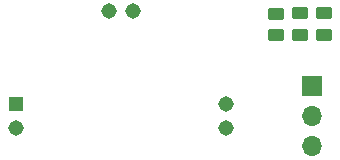
<source format=gts>
G04 #@! TF.GenerationSoftware,KiCad,Pcbnew,7.0.2*
G04 #@! TF.CreationDate,2023-08-11T04:56:28+05:00*
G04 #@! TF.ProjectId,CO Sesnor Breakout,434f2053-6573-46e6-9f72-20427265616b,rev?*
G04 #@! TF.SameCoordinates,Original*
G04 #@! TF.FileFunction,Soldermask,Top*
G04 #@! TF.FilePolarity,Negative*
%FSLAX46Y46*%
G04 Gerber Fmt 4.6, Leading zero omitted, Abs format (unit mm)*
G04 Created by KiCad (PCBNEW 7.0.2) date 2023-08-11 04:56:28*
%MOMM*%
%LPD*%
G01*
G04 APERTURE LIST*
G04 Aperture macros list*
%AMRoundRect*
0 Rectangle with rounded corners*
0 $1 Rounding radius*
0 $2 $3 $4 $5 $6 $7 $8 $9 X,Y pos of 4 corners*
0 Add a 4 corners polygon primitive as box body*
4,1,4,$2,$3,$4,$5,$6,$7,$8,$9,$2,$3,0*
0 Add four circle primitives for the rounded corners*
1,1,$1+$1,$2,$3*
1,1,$1+$1,$4,$5*
1,1,$1+$1,$6,$7*
1,1,$1+$1,$8,$9*
0 Add four rect primitives between the rounded corners*
20,1,$1+$1,$2,$3,$4,$5,0*
20,1,$1+$1,$4,$5,$6,$7,0*
20,1,$1+$1,$6,$7,$8,$9,0*
20,1,$1+$1,$8,$9,$2,$3,0*%
G04 Aperture macros list end*
%ADD10RoundRect,0.249999X-0.450001X0.262501X-0.450001X-0.262501X0.450001X-0.262501X0.450001X0.262501X0*%
%ADD11RoundRect,0.249999X0.450001X-0.262501X0.450001X0.262501X-0.450001X0.262501X-0.450001X-0.262501X0*%
%ADD12R,1.700000X1.700000*%
%ADD13O,1.700000X1.700000*%
%ADD14R,1.308000X1.308000*%
%ADD15C,1.308000*%
G04 APERTURE END LIST*
D10*
G04 #@! TO.C,R2*
X228150000Y-105940000D03*
X228150000Y-104115000D03*
G04 #@! TD*
G04 #@! TO.C,R3*
X230150000Y-104105000D03*
X230150000Y-105930000D03*
G04 #@! TD*
D11*
G04 #@! TO.C,R1*
X226130000Y-104125000D03*
X226130000Y-105950000D03*
G04 #@! TD*
D12*
G04 #@! TO.C,J17*
X229130000Y-110265000D03*
D13*
X229130000Y-112805000D03*
X229130000Y-115345000D03*
G04 #@! TD*
D14*
G04 #@! TO.C,U4*
X204090000Y-111790000D03*
D15*
X211980000Y-103900000D03*
X213980000Y-103900000D03*
X221870000Y-111790000D03*
X221870000Y-113790000D03*
X204090000Y-113790000D03*
G04 #@! TD*
M02*

</source>
